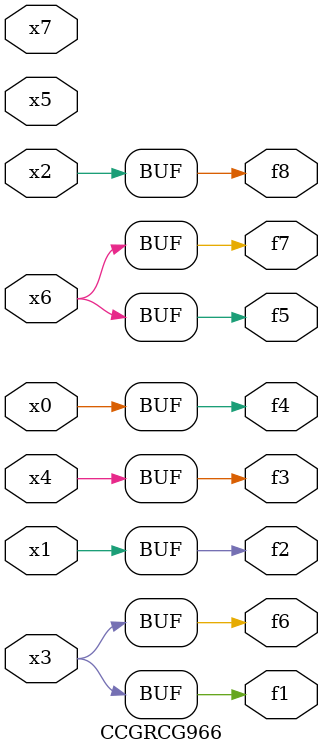
<source format=v>
module CCGRCG966(
	input x0, x1, x2, x3, x4, x5, x6, x7,
	output f1, f2, f3, f4, f5, f6, f7, f8
);
	assign f1 = x3;
	assign f2 = x1;
	assign f3 = x4;
	assign f4 = x0;
	assign f5 = x6;
	assign f6 = x3;
	assign f7 = x6;
	assign f8 = x2;
endmodule

</source>
